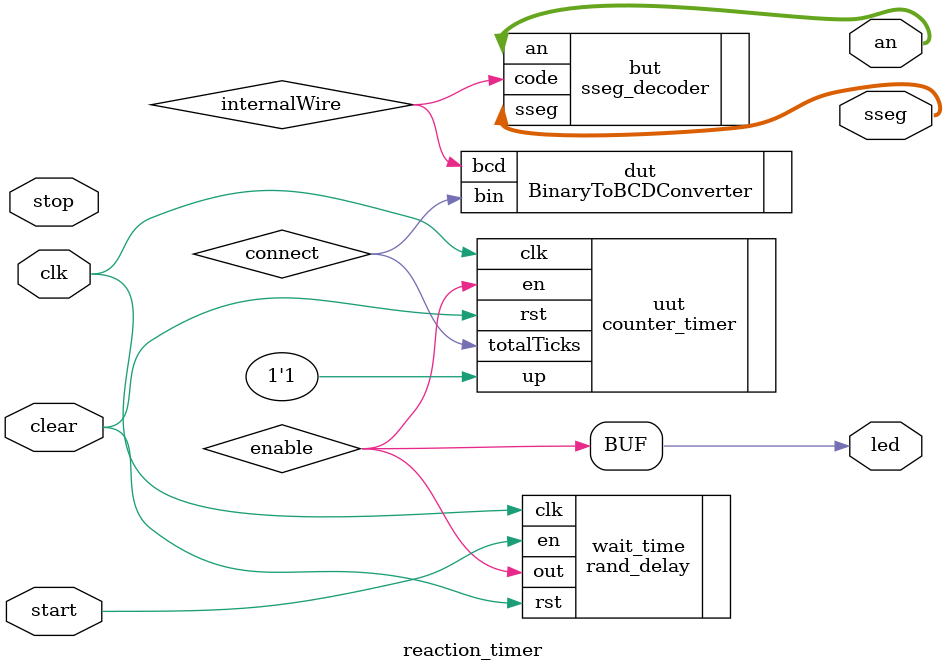
<source format=sv>
`timescale 1ns / 1ps

module reaction_timer(
    input logic clk,
    input logic clear,
    input logic start,
    input logic stop,
    output logic led,
    output logic [3:0] an,
    output logic [7:0] sseg
    );
    
    parameter N = 20;
    logic connect;
    logic internalWire;
    logic enable;
    
    assign enable = led;
    
    counter_timer #(N) uut(
        .clk(clk),
        .rst(clear),
        .up(1'b1),
        .en(enable),
        .totalTicks(connect),
    );
    
    BinaryToBCDConverter dut(
        .bin(connect),
        .bcd(internalWire)
    );
    
    sseg_decoder but(
        .code(internalWire),
        .sseg(sseg),
        .an(an)
    );
    
    rand_delay wait_time(
        .clk(clk),
        .rst(clear),
        .en(start),
        .out(enable)
    );
endmodule
</source>
